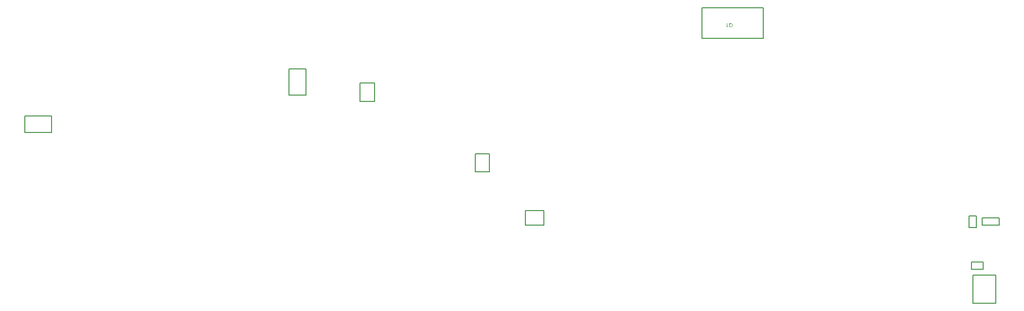
<source format=gbr>
%TF.GenerationSoftware,Altium Limited,Altium Designer,24.3.1 (35)*%
G04 Layer_Color=8388736*
%FSLAX43Y43*%
%MOMM*%
%TF.SameCoordinates,2EF1D394-34E5-4190-8ABA-250447B0B6E5*%
%TF.FilePolarity,Positive*%
%TF.FileFunction,Other,Bottom_3D_Body*%
%TF.Part,Single*%
G01*
G75*
%TA.AperFunction,NonConductor*%
%ADD88C,0.200*%
G36*
X153188Y72825D02*
X153189Y72826D01*
X153193Y72829D01*
X153199Y72835D01*
X153208Y72842D01*
X153219Y72850D01*
X153232Y72859D01*
X153246Y72869D01*
X153263Y72879D01*
X153264D01*
X153264Y72880D01*
X153267Y72882D01*
X153270Y72883D01*
X153279Y72888D01*
X153290Y72894D01*
X153303Y72901D01*
X153317Y72908D01*
X153331Y72914D01*
X153345Y72920D01*
Y72843D01*
X153344D01*
X153342Y72842D01*
X153339Y72840D01*
X153334Y72838D01*
X153329Y72835D01*
X153322Y72831D01*
X153306Y72823D01*
X153289Y72812D01*
X153269Y72798D01*
X153249Y72784D01*
X153230Y72769D01*
X153229Y72768D01*
X153228Y72767D01*
X153225Y72764D01*
X153222Y72761D01*
X153214Y72753D01*
X153203Y72741D01*
X153192Y72729D01*
X153180Y72714D01*
X153169Y72699D01*
X153160Y72683D01*
X153109D01*
Y73326D01*
X153188D01*
Y72825D01*
D02*
G37*
G36*
X153504Y73374D02*
X153508Y73373D01*
X153513Y73370D01*
X153519Y73368D01*
X153527Y73364D01*
X153535Y73360D01*
X153544Y73356D01*
X153565Y73345D01*
X153588Y73332D01*
X153613Y73316D01*
X153638Y73298D01*
X153639D01*
X153642Y73299D01*
X153645Y73301D01*
X153651Y73303D01*
X153658Y73307D01*
X153665Y73310D01*
X153674Y73313D01*
X153684Y73317D01*
X153696Y73321D01*
X153708Y73324D01*
X153721Y73328D01*
X153735Y73331D01*
X153764Y73335D01*
X153780Y73336D01*
X153796Y73337D01*
X153804D01*
X153811Y73336D01*
X153818Y73335D01*
X153827Y73334D01*
X153837Y73333D01*
X153848Y73332D01*
X153873Y73327D01*
X153899Y73319D01*
X153913Y73314D01*
X153926Y73308D01*
X153940Y73303D01*
X153953Y73295D01*
X153954Y73294D01*
X153957Y73293D01*
X153960Y73291D01*
X153965Y73288D01*
X153971Y73283D01*
X153978Y73278D01*
X153985Y73272D01*
X153993Y73265D01*
X154003Y73257D01*
X154011Y73248D01*
X154020Y73238D01*
X154029Y73228D01*
X154038Y73217D01*
X154047Y73204D01*
X154063Y73178D01*
Y73177D01*
X154064Y73174D01*
X154066Y73170D01*
X154068Y73164D01*
X154071Y73157D01*
X154074Y73148D01*
X154078Y73138D01*
X154081Y73128D01*
X154085Y73115D01*
X154088Y73102D01*
X154092Y73088D01*
X154094Y73073D01*
X154098Y73041D01*
X154099Y73023D01*
X154100Y73006D01*
Y73005D01*
Y73002D01*
Y72997D01*
X154099Y72990D01*
Y72982D01*
X154098Y72972D01*
X154097Y72961D01*
X154095Y72949D01*
X154093Y72936D01*
X154091Y72923D01*
X154084Y72893D01*
X154074Y72864D01*
X154068Y72849D01*
X154062Y72834D01*
X154061Y72833D01*
X154060Y72831D01*
X154058Y72827D01*
X154054Y72822D01*
X154051Y72815D01*
X154046Y72808D01*
X154040Y72799D01*
X154033Y72790D01*
X154018Y72771D01*
X153999Y72751D01*
X153978Y72732D01*
X153965Y72724D01*
X153953Y72715D01*
X153952Y72714D01*
X153949Y72714D01*
X153945Y72711D01*
X153940Y72709D01*
X153933Y72706D01*
X153925Y72702D01*
X153917Y72699D01*
X153906Y72694D01*
X153895Y72691D01*
X153883Y72687D01*
X153869Y72684D01*
X153856Y72681D01*
X153826Y72676D01*
X153810Y72675D01*
X153793Y72674D01*
X153785D01*
X153778Y72675D01*
X153771Y72676D01*
X153762Y72677D01*
X153752Y72678D01*
X153740Y72679D01*
X153716Y72684D01*
X153689Y72692D01*
X153675Y72697D01*
X153662Y72703D01*
X153648Y72709D01*
X153634Y72717D01*
X153633Y72718D01*
X153631Y72719D01*
X153628Y72721D01*
X153623Y72724D01*
X153617Y72729D01*
X153609Y72734D01*
X153602Y72740D01*
X153593Y72748D01*
X153585Y72755D01*
X153576Y72764D01*
X153567Y72774D01*
X153558Y72784D01*
X153549Y72796D01*
X153541Y72808D01*
X153525Y72835D01*
X153524Y72836D01*
X153523Y72838D01*
X153522Y72843D01*
X153519Y72848D01*
X153517Y72855D01*
X153513Y72864D01*
X153510Y72873D01*
X153506Y72884D01*
X153503Y72897D01*
X153499Y72910D01*
X153496Y72923D01*
X153493Y72938D01*
X153489Y72971D01*
X153488Y72988D01*
Y73006D01*
Y73007D01*
Y73009D01*
Y73013D01*
Y73019D01*
X153488Y73026D01*
Y73034D01*
X153489Y73043D01*
X153491Y73053D01*
X153493Y73075D01*
X153498Y73099D01*
X153503Y73124D01*
X153512Y73148D01*
Y73149D01*
X153513Y73151D01*
X153514Y73154D01*
X153516Y73159D01*
X153518Y73164D01*
X153522Y73171D01*
X153530Y73185D01*
X153540Y73203D01*
X153553Y73221D01*
X153568Y73239D01*
X153584Y73258D01*
X153583Y73258D01*
X153582Y73259D01*
X153578Y73262D01*
X153574Y73264D01*
X153569Y73268D01*
X153563Y73272D01*
X153548Y73280D01*
X153532Y73290D01*
X153513Y73300D01*
X153494Y73309D01*
X153475Y73317D01*
X153501Y73375D01*
X153502D01*
X153504Y73374D01*
D02*
G37*
%LPC*%
G36*
X153793Y73264D02*
X153786D01*
X153777Y73263D01*
X153765Y73262D01*
X153753Y73260D01*
X153738Y73258D01*
X153723Y73253D01*
X153708Y73248D01*
X153708D01*
X153709Y73247D01*
X153714Y73243D01*
X153723Y73238D01*
X153733Y73233D01*
X153746Y73228D01*
X153760Y73221D01*
X153775Y73216D01*
X153792Y73211D01*
X153771Y73149D01*
X153770D01*
X153768Y73150D01*
X153763Y73152D01*
X153758Y73153D01*
X153753Y73155D01*
X153745Y73158D01*
X153737Y73161D01*
X153728Y73165D01*
X153709Y73173D01*
X153689Y73184D01*
X153669Y73197D01*
X153650Y73211D01*
X153649Y73210D01*
X153647Y73208D01*
X153643Y73203D01*
X153638Y73198D01*
X153633Y73191D01*
X153626Y73182D01*
X153619Y73172D01*
X153613Y73159D01*
X153606Y73146D01*
X153598Y73131D01*
X153593Y73114D01*
X153587Y73096D01*
X153582Y73076D01*
X153578Y73054D01*
X153576Y73031D01*
X153575Y73006D01*
Y73005D01*
Y73003D01*
Y72998D01*
Y72993D01*
X153576Y72986D01*
X153577Y72978D01*
X153578Y72969D01*
X153578Y72960D01*
X153582Y72938D01*
X153586Y72916D01*
X153593Y72893D01*
X153602Y72870D01*
Y72869D01*
X153603Y72868D01*
X153604Y72864D01*
X153607Y72860D01*
X153609Y72856D01*
X153613Y72850D01*
X153622Y72837D01*
X153633Y72823D01*
X153646Y72808D01*
X153661Y72793D01*
X153679Y72780D01*
X153680D01*
X153682Y72778D01*
X153684Y72777D01*
X153688Y72775D01*
X153693Y72773D01*
X153698Y72770D01*
X153705Y72767D01*
X153713Y72763D01*
X153729Y72758D01*
X153748Y72753D01*
X153770Y72749D01*
X153793Y72748D01*
X153803D01*
X153809Y72748D01*
X153818Y72749D01*
X153827Y72751D01*
X153838Y72754D01*
X153848Y72756D01*
X153861Y72759D01*
X153873Y72763D01*
X153887Y72769D01*
X153900Y72775D01*
X153913Y72783D01*
X153926Y72791D01*
X153938Y72801D01*
X153951Y72813D01*
X153952Y72813D01*
X153953Y72816D01*
X153957Y72819D01*
X153961Y72825D01*
X153965Y72832D01*
X153970Y72840D01*
X153976Y72850D01*
X153982Y72861D01*
X153988Y72874D01*
X153993Y72888D01*
X153998Y72904D01*
X154003Y72922D01*
X154007Y72940D01*
X154010Y72961D01*
X154012Y72983D01*
X154013Y73006D01*
Y73008D01*
Y73012D01*
X154012Y73018D01*
Y73027D01*
X154011Y73037D01*
X154009Y73049D01*
X154008Y73063D01*
X154005Y73077D01*
X154002Y73092D01*
X153998Y73108D01*
X153993Y73123D01*
X153987Y73139D01*
X153979Y73155D01*
X153971Y73170D01*
X153962Y73184D01*
X153951Y73198D01*
X153950Y73198D01*
X153948Y73200D01*
X153944Y73203D01*
X153940Y73208D01*
X153933Y73213D01*
X153926Y73218D01*
X153918Y73225D01*
X153908Y73231D01*
X153898Y73237D01*
X153885Y73243D01*
X153873Y73248D01*
X153858Y73253D01*
X153843Y73258D01*
X153828Y73262D01*
X153811Y73263D01*
X153793Y73264D01*
D02*
G37*
%LPD*%
D88*
X35541Y54269D02*
Y57189D01*
X30941Y54269D02*
X35541D01*
X30941D02*
Y57189D01*
X35541D01*
X76931Y60801D02*
X79851D01*
X76931D02*
Y65401D01*
X79851D01*
Y60801D02*
Y65401D01*
X159400Y70735D02*
Y76015D01*
X148800D02*
X159400D01*
X148800Y70735D02*
Y76015D01*
Y70735D02*
X159400D01*
X89275Y59750D02*
Y62950D01*
Y59750D02*
X91775D01*
Y62950D01*
X89275D02*
X91775D01*
X109300Y47400D02*
Y50600D01*
Y47400D02*
X111800D01*
Y50600D01*
X109300D02*
X111800D01*
X121274Y38121D02*
Y40621D01*
X118074Y38121D02*
X121274D01*
X118074D02*
Y40621D01*
X121274D01*
X197569Y38102D02*
Y39402D01*
Y38102D02*
X200469D01*
Y39402D01*
X197569D02*
X200469D01*
X196489Y37702D02*
Y39702D01*
X195239D02*
X196489D01*
X195239Y37702D02*
Y39702D01*
Y37702D02*
X196489D01*
X199869Y24527D02*
Y29427D01*
X195969Y24527D02*
X199869D01*
X195969D02*
Y29427D01*
X199869D01*
X195694Y30452D02*
Y31702D01*
X197694D01*
Y30452D02*
Y31702D01*
X195694Y30452D02*
X197694D01*
%TF.MD5,e7931ec034906618dba1508370bd1eb1*%
M02*

</source>
